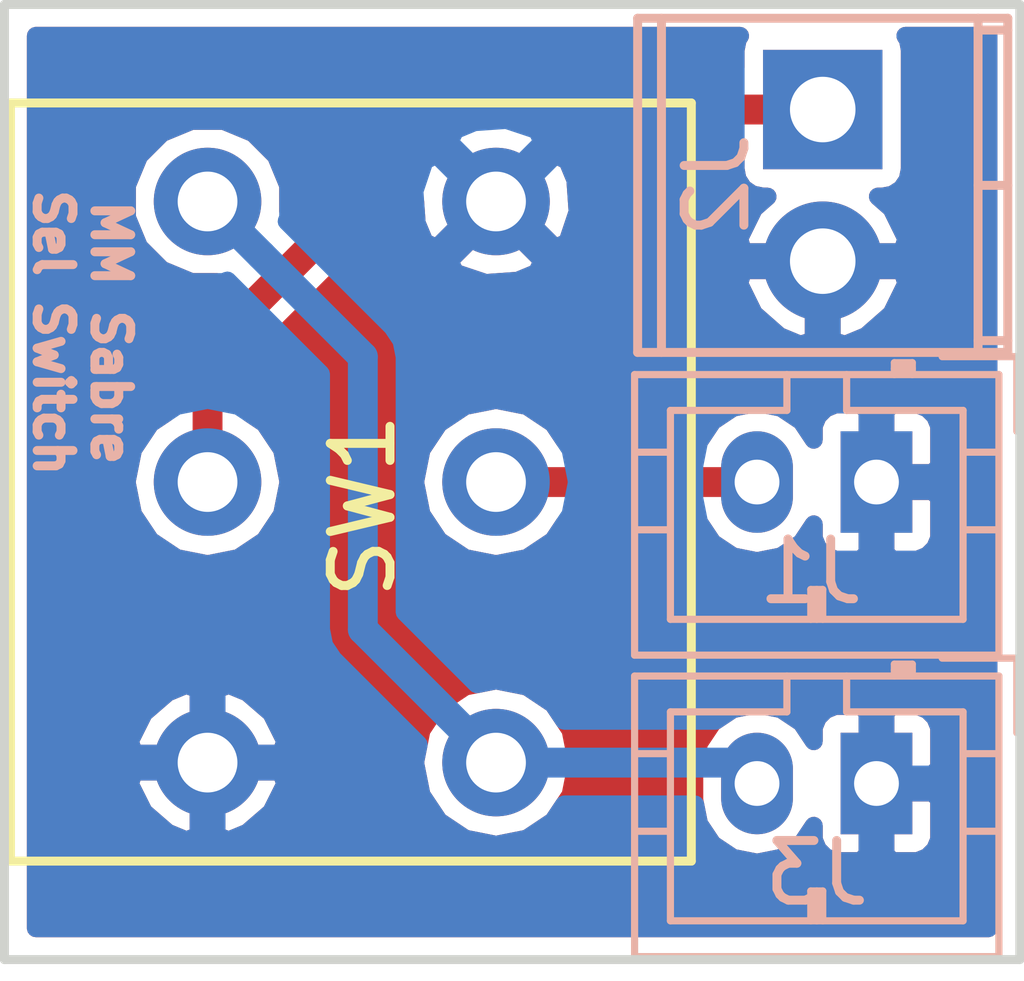
<source format=kicad_pcb>
(kicad_pcb (version 4) (host pcbnew 4.0.7)

  (general
    (links 8)
    (no_connects 0)
    (area 136.624999 76.301427 157.542858 100.025)
    (thickness 1.6)
    (drawings 5)
    (tracks 11)
    (zones 0)
    (modules 4)
    (nets 5)
  )

  (page A4)
  (layers
    (0 F.Cu signal)
    (31 B.Cu signal)
    (32 B.Adhes user)
    (33 F.Adhes user)
    (34 B.Paste user)
    (35 F.Paste user)
    (36 B.SilkS user)
    (37 F.SilkS user)
    (38 B.Mask user)
    (39 F.Mask user)
    (40 Dwgs.User user)
    (41 Cmts.User user)
    (42 Eco1.User user)
    (43 Eco2.User user)
    (44 Edge.Cuts user)
    (45 Margin user)
    (46 B.CrtYd user)
    (47 F.CrtYd user)
    (48 B.Fab user)
    (49 F.Fab user)
  )

  (setup
    (last_trace_width 0.5)
    (trace_clearance 0.3)
    (zone_clearance 0.3)
    (zone_45_only no)
    (trace_min 0.2)
    (segment_width 0.2)
    (edge_width 0.15)
    (via_size 0.6)
    (via_drill 0.4)
    (via_min_size 0.4)
    (via_min_drill 0.3)
    (uvia_size 0.3)
    (uvia_drill 0.1)
    (uvias_allowed no)
    (uvia_min_size 0.2)
    (uvia_min_drill 0.1)
    (pcb_text_width 0.3)
    (pcb_text_size 1.5 1.5)
    (mod_edge_width 0.15)
    (mod_text_size 1 1)
    (mod_text_width 0.15)
    (pad_size 1.524 1.524)
    (pad_drill 0.762)
    (pad_to_mask_clearance 0.2)
    (aux_axis_origin 0 0)
    (visible_elements 7FFFFFFF)
    (pcbplotparams
      (layerselection 0x010fc_80000001)
      (usegerberextensions true)
      (excludeedgelayer true)
      (linewidth 0.100000)
      (plotframeref false)
      (viasonmask false)
      (mode 1)
      (useauxorigin false)
      (hpglpennumber 1)
      (hpglpenspeed 20)
      (hpglpendiameter 15)
      (hpglpenoverlay 2)
      (psnegative false)
      (psa4output false)
      (plotreference true)
      (plotvalue true)
      (plotinvisibletext false)
      (padsonsilk false)
      (subtractmaskfromsilk false)
      (outputformat 1)
      (mirror false)
      (drillshape 0)
      (scaleselection 1)
      (outputdirectory ../../GERBER/MM/SW_SEL_JZ/))
  )

  (net 0 "")
  (net 1 Earth)
  (net 2 /SIG_O)
  (net 3 /I_BR)
  (net 4 /I_NK)

  (net_class Default "This is the default net class."
    (clearance 0.3)
    (trace_width 0.5)
    (via_dia 0.6)
    (via_drill 0.4)
    (uvia_dia 0.3)
    (uvia_drill 0.1)
    (add_net /I_BR)
    (add_net /I_NK)
    (add_net /SIG_O)
    (add_net Earth)
  )

  (module LIBS:NKK_DPDT (layer F.Cu) (tedit 5B14A156) (tstamp 5B14A141)
    (at 145.2 85.3 90)
    (descr "2-way 2.54mm pitch terminal block, Phoenix MPT series")
    (path /5B065EEC)
    (fp_text reference SW1 (at -5.1 -2.2 270) (layer F.SilkS)
      (effects (font (size 1 1) (thickness 0.15)))
    )
    (fp_text value Switch_SPDT_x2 (at -4.45 4.55 90) (layer F.Fab) hide
      (effects (font (size 1 1) (thickness 0.15)))
    )
    (fp_text user %R (at -5.1 -2.2 270) (layer F.Fab)
      (effects (font (size 1 1) (thickness 0.15)))
    )
    (fp_line (start 1.8 3.45) (end -11.2 3.45) (layer F.CrtYd) (width 0.05))
    (fp_line (start 1.8 -8.25) (end 1.8 3.45) (layer F.CrtYd) (width 0.05))
    (fp_line (start -11.2 -8.25) (end 1.8 -8.25) (layer F.CrtYd) (width 0.05))
    (fp_line (start -11.2 3.45) (end -11.2 -8.25) (layer F.CrtYd) (width 0.05))
    (fp_line (start 1.65 -8.1) (end -11.05 -8.1) (layer F.SilkS) (width 0.15))
    (fp_line (start -11.05 -8.1) (end -11.05 3.3) (layer F.SilkS) (width 0.15))
    (fp_line (start -11.05 3.3) (end 1.65 3.3) (layer F.SilkS) (width 0.15))
    (fp_line (start 1.65 3.3) (end 1.65 -8.1) (layer F.SilkS) (width 0.15))
    (pad 5 thru_hole oval (at -4.7 -4.8 270) (size 1.8 1.8) (drill 1) (layers *.Cu *.Mask)
      (net 4 /I_NK))
    (pad 4 thru_hole circle (at 0 -4.8 270) (size 1.8 1.8) (drill 1) (layers *.Cu *.Mask)
      (net 2 /SIG_O))
    (pad 6 thru_hole oval (at -9.4 -4.8 270) (size 1.8 1.8) (drill 1) (layers *.Cu *.Mask)
      (net 1 Earth))
    (pad 1 thru_hole circle (at 0 0.03 270) (size 1.8 1.8) (drill 1) (layers *.Cu *.Mask)
      (net 1 Earth))
    (pad 2 thru_hole oval (at -4.7 0.03 270) (size 1.8 1.8) (drill 1) (layers *.Cu *.Mask)
      (net 3 /I_BR))
    (pad 3 thru_hole oval (at -9.4 0.03 270) (size 1.8 1.8) (drill 1) (layers *.Cu *.Mask)
      (net 2 /SIG_O))
    (model ${KISYS3DMOD}/TerminalBlock_Phoenix.3dshapes/TerminalBlock_Phoenix_MPT-2.54mm_2pol.wrl
      (at (xyz 0.05 0 0))
      (scale (xyz 1 1 1))
      (rotate (xyz 0 0 0))
    )
  )

  (module Connectors_JST:JST_PH_B2B-PH-K_02x2.00mm_Straight (layer B.Cu) (tedit 5B169D24) (tstamp 5B169D0E)
    (at 151.6 90 180)
    (descr "JST PH series connector, B2B-PH-K, top entry type, through hole, Datasheet: http://www.jst-mfg.com/product/pdf/eng/ePH.pdf")
    (tags "connector jst ph")
    (path /5B169C56)
    (fp_text reference J1 (at 1.1 -1.5 180) (layer B.SilkS)
      (effects (font (size 1 1) (thickness 0.15)) (justify mirror))
    )
    (fp_text value Conn_01x02_Male (at 1 -3.8 180) (layer B.Fab) hide
      (effects (font (size 1 1) (thickness 0.15)) (justify mirror))
    )
    (fp_line (start -2.05 1.8) (end -2.05 -2.9) (layer B.SilkS) (width 0.12))
    (fp_line (start -2.05 -2.9) (end 4.05 -2.9) (layer B.SilkS) (width 0.12))
    (fp_line (start 4.05 -2.9) (end 4.05 1.8) (layer B.SilkS) (width 0.12))
    (fp_line (start 4.05 1.8) (end -2.05 1.8) (layer B.SilkS) (width 0.12))
    (fp_line (start 0.5 1.8) (end 0.5 1.2) (layer B.SilkS) (width 0.12))
    (fp_line (start 0.5 1.2) (end -1.45 1.2) (layer B.SilkS) (width 0.12))
    (fp_line (start -1.45 1.2) (end -1.45 -2.3) (layer B.SilkS) (width 0.12))
    (fp_line (start -1.45 -2.3) (end 3.45 -2.3) (layer B.SilkS) (width 0.12))
    (fp_line (start 3.45 -2.3) (end 3.45 1.2) (layer B.SilkS) (width 0.12))
    (fp_line (start 3.45 1.2) (end 1.5 1.2) (layer B.SilkS) (width 0.12))
    (fp_line (start 1.5 1.2) (end 1.5 1.8) (layer B.SilkS) (width 0.12))
    (fp_line (start -2.05 0.5) (end -1.45 0.5) (layer B.SilkS) (width 0.12))
    (fp_line (start -2.05 -0.8) (end -1.45 -0.8) (layer B.SilkS) (width 0.12))
    (fp_line (start 4.05 0.5) (end 3.45 0.5) (layer B.SilkS) (width 0.12))
    (fp_line (start 4.05 -0.8) (end 3.45 -0.8) (layer B.SilkS) (width 0.12))
    (fp_line (start -0.3 1.8) (end -0.3 2) (layer B.SilkS) (width 0.12))
    (fp_line (start -0.3 2) (end -0.6 2) (layer B.SilkS) (width 0.12))
    (fp_line (start -0.6 2) (end -0.6 1.8) (layer B.SilkS) (width 0.12))
    (fp_line (start -0.3 1.9) (end -0.6 1.9) (layer B.SilkS) (width 0.12))
    (fp_line (start 0.9 -2.3) (end 0.9 -1.8) (layer B.SilkS) (width 0.12))
    (fp_line (start 0.9 -1.8) (end 1.1 -1.8) (layer B.SilkS) (width 0.12))
    (fp_line (start 1.1 -1.8) (end 1.1 -2.3) (layer B.SilkS) (width 0.12))
    (fp_line (start 1 -2.3) (end 1 -1.8) (layer B.SilkS) (width 0.12))
    (fp_line (start -1.1 2.1) (end -2.35 2.1) (layer B.SilkS) (width 0.12))
    (fp_line (start -2.35 2.1) (end -2.35 0.85) (layer B.SilkS) (width 0.12))
    (fp_line (start -1.1 2.1) (end -2.35 2.1) (layer B.Fab) (width 0.1))
    (fp_line (start -2.35 2.1) (end -2.35 0.85) (layer B.Fab) (width 0.1))
    (fp_line (start -1.95 1.7) (end -1.95 -2.8) (layer B.Fab) (width 0.1))
    (fp_line (start -1.95 -2.8) (end 3.95 -2.8) (layer B.Fab) (width 0.1))
    (fp_line (start 3.95 -2.8) (end 3.95 1.7) (layer B.Fab) (width 0.1))
    (fp_line (start 3.95 1.7) (end -1.95 1.7) (layer B.Fab) (width 0.1))
    (fp_line (start -2.45 2.2) (end -2.45 -3.3) (layer B.CrtYd) (width 0.05))
    (fp_line (start -2.45 -3.3) (end 4.45 -3.3) (layer B.CrtYd) (width 0.05))
    (fp_line (start 4.45 -3.3) (end 4.45 2.2) (layer B.CrtYd) (width 0.05))
    (fp_line (start 4.45 2.2) (end -2.45 2.2) (layer B.CrtYd) (width 0.05))
    (fp_text user %R (at 1 -1.5 180) (layer B.Fab) hide
      (effects (font (size 1 1) (thickness 0.15)) (justify mirror))
    )
    (pad 1 thru_hole rect (at 0 0 180) (size 1.2 1.7) (drill 0.75) (layers *.Cu *.Mask)
      (net 1 Earth))
    (pad 2 thru_hole oval (at 2 0 180) (size 1.2 1.7) (drill 0.75) (layers *.Cu *.Mask)
      (net 3 /I_BR))
    (model ${KISYS3DMOD}/Connectors_JST.3dshapes/JST_PH_B2B-PH-K_02x2.00mm_Straight.wrl
      (at (xyz 0 0 0))
      (scale (xyz 1 1 1))
      (rotate (xyz 0 0 0))
    )
  )

  (module Connectors_JST:JST_PH_B2B-PH-K_02x2.00mm_Straight (layer B.Cu) (tedit 5B169DCD) (tstamp 5B169D1A)
    (at 151.6 95.05 180)
    (descr "JST PH series connector, B2B-PH-K, top entry type, through hole, Datasheet: http://www.jst-mfg.com/product/pdf/eng/ePH.pdf")
    (tags "connector jst ph")
    (path /5B169CF7)
    (fp_text reference J3 (at 1 -1.5 180) (layer B.SilkS)
      (effects (font (size 1 1) (thickness 0.15)) (justify mirror))
    )
    (fp_text value Conn_01x02_Male (at 1 -3.8 180) (layer B.Fab) hide
      (effects (font (size 1 1) (thickness 0.15)) (justify mirror))
    )
    (fp_line (start -2.05 1.8) (end -2.05 -2.9) (layer B.SilkS) (width 0.12))
    (fp_line (start -2.05 -2.9) (end 4.05 -2.9) (layer B.SilkS) (width 0.12))
    (fp_line (start 4.05 -2.9) (end 4.05 1.8) (layer B.SilkS) (width 0.12))
    (fp_line (start 4.05 1.8) (end -2.05 1.8) (layer B.SilkS) (width 0.12))
    (fp_line (start 0.5 1.8) (end 0.5 1.2) (layer B.SilkS) (width 0.12))
    (fp_line (start 0.5 1.2) (end -1.45 1.2) (layer B.SilkS) (width 0.12))
    (fp_line (start -1.45 1.2) (end -1.45 -2.3) (layer B.SilkS) (width 0.12))
    (fp_line (start -1.45 -2.3) (end 3.45 -2.3) (layer B.SilkS) (width 0.12))
    (fp_line (start 3.45 -2.3) (end 3.45 1.2) (layer B.SilkS) (width 0.12))
    (fp_line (start 3.45 1.2) (end 1.5 1.2) (layer B.SilkS) (width 0.12))
    (fp_line (start 1.5 1.2) (end 1.5 1.8) (layer B.SilkS) (width 0.12))
    (fp_line (start -2.05 0.5) (end -1.45 0.5) (layer B.SilkS) (width 0.12))
    (fp_line (start -2.05 -0.8) (end -1.45 -0.8) (layer B.SilkS) (width 0.12))
    (fp_line (start 4.05 0.5) (end 3.45 0.5) (layer B.SilkS) (width 0.12))
    (fp_line (start 4.05 -0.8) (end 3.45 -0.8) (layer B.SilkS) (width 0.12))
    (fp_line (start -0.3 1.8) (end -0.3 2) (layer B.SilkS) (width 0.12))
    (fp_line (start -0.3 2) (end -0.6 2) (layer B.SilkS) (width 0.12))
    (fp_line (start -0.6 2) (end -0.6 1.8) (layer B.SilkS) (width 0.12))
    (fp_line (start -0.3 1.9) (end -0.6 1.9) (layer B.SilkS) (width 0.12))
    (fp_line (start 0.9 -2.3) (end 0.9 -1.8) (layer B.SilkS) (width 0.12))
    (fp_line (start 0.9 -1.8) (end 1.1 -1.8) (layer B.SilkS) (width 0.12))
    (fp_line (start 1.1 -1.8) (end 1.1 -2.3) (layer B.SilkS) (width 0.12))
    (fp_line (start 1 -2.3) (end 1 -1.8) (layer B.SilkS) (width 0.12))
    (fp_line (start -1.1 2.1) (end -2.35 2.1) (layer B.SilkS) (width 0.12))
    (fp_line (start -2.35 2.1) (end -2.35 0.85) (layer B.SilkS) (width 0.12))
    (fp_line (start -1.1 2.1) (end -2.35 2.1) (layer B.Fab) (width 0.1))
    (fp_line (start -2.35 2.1) (end -2.35 0.85) (layer B.Fab) (width 0.1))
    (fp_line (start -1.95 1.7) (end -1.95 -2.8) (layer B.Fab) (width 0.1))
    (fp_line (start -1.95 -2.8) (end 3.95 -2.8) (layer B.Fab) (width 0.1))
    (fp_line (start 3.95 -2.8) (end 3.95 1.7) (layer B.Fab) (width 0.1))
    (fp_line (start 3.95 1.7) (end -1.95 1.7) (layer B.Fab) (width 0.1))
    (fp_line (start -2.45 2.2) (end -2.45 -3.3) (layer B.CrtYd) (width 0.05))
    (fp_line (start -2.45 -3.3) (end 4.45 -3.3) (layer B.CrtYd) (width 0.05))
    (fp_line (start 4.45 -3.3) (end 4.45 2.2) (layer B.CrtYd) (width 0.05))
    (fp_line (start 4.45 2.2) (end -2.45 2.2) (layer B.CrtYd) (width 0.05))
    (fp_text user %R (at 1 -1.5 180) (layer B.Fab) hide
      (effects (font (size 1 1) (thickness 0.15)) (justify mirror))
    )
    (pad 1 thru_hole rect (at 0 0 180) (size 1.2 1.7) (drill 0.75) (layers *.Cu *.Mask)
      (net 1 Earth))
    (pad 2 thru_hole oval (at 2 0 180) (size 1.2 1.7) (drill 0.75) (layers *.Cu *.Mask)
      (net 2 /SIG_O))
    (model ${KISYS3DMOD}/Connectors_JST.3dshapes/JST_PH_B2B-PH-K_02x2.00mm_Straight.wrl
      (at (xyz 0 0 0))
      (scale (xyz 1 1 1))
      (rotate (xyz 0 0 0))
    )
  )

  (module LIBS:TerminalBlock_Phoenix_MPT-2.54mm_2pol (layer B.Cu) (tedit 5B16A56A) (tstamp 5B16A580)
    (at 150.7 83.76 270)
    (descr "2-way 2.54mm pitch terminal block, Phoenix MPT series")
    (path /5B16A520)
    (fp_text reference J2 (at 1.27 1.775001 270) (layer B.SilkS)
      (effects (font (size 1 1) (thickness 0.15)) (justify mirror))
    )
    (fp_text value Screw_Terminal_01x02 (at 1.27 -4.50088 270) (layer B.Fab) hide
      (effects (font (size 1 1) (thickness 0.15)) (justify mirror))
    )
    (fp_text user %R (at 1.27 -1.045 270) (layer B.Fab) hide
      (effects (font (size 1 1) (thickness 0.15)) (justify mirror))
    )
    (fp_line (start -1.7 3.3) (end 4.3 3.3) (layer B.CrtYd) (width 0.05))
    (fp_line (start -1.7 -3.3) (end -1.7 3.3) (layer B.CrtYd) (width 0.05))
    (fp_line (start 4.3 -3.3) (end -1.7 -3.3) (layer B.CrtYd) (width 0.05))
    (fp_line (start 4.3 3.3) (end 4.3 -3.3) (layer B.CrtYd) (width 0.05))
    (fp_line (start 4.06908 -2.60096) (end -1.52908 -2.60096) (layer B.SilkS) (width 0.15))
    (fp_line (start -1.33096 -3.0988) (end -1.33096 -2.60096) (layer B.SilkS) (width 0.15))
    (fp_line (start 3.87096 -2.60096) (end 3.87096 -3.0988) (layer B.SilkS) (width 0.15))
    (fp_line (start 1.27 -3.0988) (end 1.27 -2.60096) (layer B.SilkS) (width 0.15))
    (fp_line (start -1.52908 2.70002) (end 4.06908 2.70002) (layer B.SilkS) (width 0.15))
    (fp_line (start -1.52908 -3.0988) (end 4.06908 -3.0988) (layer B.SilkS) (width 0.15))
    (fp_line (start 4.06908 -3.0988) (end 4.06908 3.0988) (layer B.SilkS) (width 0.15))
    (fp_line (start 4.06908 3.0988) (end -1.52908 3.0988) (layer B.SilkS) (width 0.15))
    (fp_line (start -1.52908 3.0988) (end -1.52908 -3.0988) (layer B.SilkS) (width 0.15))
    (pad 2 thru_hole oval (at 2.54 0 270) (size 1.99898 1.99898) (drill 1.09728) (layers *.Cu *.Mask)
      (net 1 Earth))
    (pad 1 thru_hole rect (at 0 0 270) (size 1.99898 1.99898) (drill 1.09728) (layers *.Cu *.Mask)
      (net 4 /I_NK))
    (model ${KISYS3DMOD}/TerminalBlock_Phoenix.3dshapes/TerminalBlock_Phoenix_MPT-2.54mm_2pol.wrl
      (at (xyz 0.05 0 0))
      (scale (xyz 1 1 1))
      (rotate (xyz 0 0 0))
    )
  )

  (gr_text "MM Sabre\nSel Switch" (at 138.3 87.5 270) (layer B.SilkS)
    (effects (font (size 0.6 0.6) (thickness 0.15)))
  )
  (gr_line (start 154 98) (end 137 98) (layer Edge.Cuts) (width 0.15))
  (gr_line (start 154 82) (end 154 98) (layer Edge.Cuts) (width 0.15))
  (gr_line (start 137 82) (end 154 82) (layer Edge.Cuts) (width 0.15))
  (gr_line (start 137 98) (end 137 82) (layer Edge.Cuts) (width 0.15))

  (segment (start 145.23 94.7) (end 143 92.47) (width 0.5) (layer B.Cu) (net 2))
  (segment (start 143 92.47) (end 143 87.9) (width 0.5) (layer B.Cu) (net 2))
  (segment (start 143 87.9) (end 141.299999 86.199999) (width 0.5) (layer B.Cu) (net 2))
  (segment (start 141.299999 86.199999) (end 140.4 85.3) (width 0.5) (layer B.Cu) (net 2))
  (segment (start 145.23 94.7) (end 149.25 94.7) (width 0.5) (layer B.Cu) (net 2))
  (segment (start 149.25 94.7) (end 149.6 95.05) (width 0.5) (layer B.Cu) (net 2))
  (segment (start 149.6 90) (end 145.23 90) (width 0.5) (layer F.Cu) (net 3))
  (segment (start 150.7 83.76) (end 144.44 83.76) (width 0.5) (layer F.Cu) (net 4))
  (segment (start 144.44 83.76) (end 140.4 87.8) (width 0.5) (layer F.Cu) (net 4))
  (segment (start 140.4 87.8) (end 140.4 88.727208) (width 0.5) (layer F.Cu) (net 4))
  (segment (start 140.4 88.727208) (end 140.4 90) (width 0.5) (layer F.Cu) (net 4))

  (zone (net 1) (net_name Earth) (layer F.Cu) (tstamp 0) (hatch edge 0.508)
    (connect_pads (clearance 0.3))
    (min_thickness 0.3)
    (fill yes (arc_segments 16) (thermal_gap 0.3) (thermal_bridge_width 0.6))
    (polygon
      (pts
        (xy 137 98) (xy 137 82) (xy 154 82) (xy 154 98)
      )
    )
    (filled_polygon
      (pts
        (xy 149.277842 82.582005) (xy 149.241694 82.76051) (xy 149.241694 83.06) (xy 144.440005 83.06) (xy 144.44 83.059999)
        (xy 144.172121 83.113284) (xy 143.945025 83.265025) (xy 141.749861 85.460189) (xy 141.750234 85.032647) (xy 141.545142 84.536285)
        (xy 141.165712 84.156193) (xy 140.66971 83.950235) (xy 140.132647 83.949766) (xy 139.636285 84.154858) (xy 139.256193 84.534288)
        (xy 139.050235 85.03029) (xy 139.049766 85.567353) (xy 139.254858 86.063715) (xy 139.634288 86.443807) (xy 140.13029 86.649765)
        (xy 140.55991 86.65014) (xy 139.905025 87.305025) (xy 139.753284 87.532121) (xy 139.719793 87.700493) (xy 139.7 87.8)
        (xy 139.7 88.848844) (xy 139.445406 89.018958) (xy 139.152763 89.456929) (xy 139.05 89.973552) (xy 139.05 90.026448)
        (xy 139.152763 90.543071) (xy 139.445406 90.981042) (xy 139.883377 91.273685) (xy 140.4 91.376448) (xy 140.916623 91.273685)
        (xy 141.354594 90.981042) (xy 141.647237 90.543071) (xy 141.75 90.026448) (xy 141.75 89.973552) (xy 143.88 89.973552)
        (xy 143.88 90.026448) (xy 143.982763 90.543071) (xy 144.275406 90.981042) (xy 144.713377 91.273685) (xy 145.23 91.376448)
        (xy 145.746623 91.273685) (xy 146.184594 90.981042) (xy 146.37238 90.7) (xy 148.645102 90.7) (xy 148.857538 91.017931)
        (xy 149.198182 91.245543) (xy 149.6 91.325469) (xy 150.001818 91.245543) (xy 150.342462 91.017931) (xy 150.55 90.70733)
        (xy 150.55 90.93951) (xy 150.618508 91.104904) (xy 150.745095 91.231491) (xy 150.910489 91.3) (xy 151.3375 91.3)
        (xy 151.45 91.1875) (xy 151.45 90.15) (xy 151.75 90.15) (xy 151.75 91.1875) (xy 151.8625 91.3)
        (xy 152.289511 91.3) (xy 152.454905 91.231491) (xy 152.581492 91.104904) (xy 152.65 90.93951) (xy 152.65 90.2625)
        (xy 152.5375 90.15) (xy 151.75 90.15) (xy 151.45 90.15) (xy 151.43 90.15) (xy 151.43 89.85)
        (xy 151.45 89.85) (xy 151.45 88.8125) (xy 151.75 88.8125) (xy 151.75 89.85) (xy 152.5375 89.85)
        (xy 152.65 89.7375) (xy 152.65 89.06049) (xy 152.581492 88.895096) (xy 152.454905 88.768509) (xy 152.289511 88.7)
        (xy 151.8625 88.7) (xy 151.75 88.8125) (xy 151.45 88.8125) (xy 151.3375 88.7) (xy 150.910489 88.7)
        (xy 150.745095 88.768509) (xy 150.618508 88.895096) (xy 150.55 89.06049) (xy 150.55 89.29267) (xy 150.342462 88.982069)
        (xy 150.001818 88.754457) (xy 149.6 88.674531) (xy 149.198182 88.754457) (xy 148.857538 88.982069) (xy 148.645102 89.3)
        (xy 146.37238 89.3) (xy 146.184594 89.018958) (xy 145.746623 88.726315) (xy 145.23 88.623552) (xy 144.713377 88.726315)
        (xy 144.275406 89.018958) (xy 143.982763 89.456929) (xy 143.88 89.973552) (xy 141.75 89.973552) (xy 141.647237 89.456929)
        (xy 141.354594 89.018958) (xy 141.1 88.848844) (xy 141.1 88.08995) (xy 142.516262 86.673688) (xy 149.299496 86.673688)
        (xy 149.549107 87.181192) (xy 149.973931 87.554543) (xy 150.326314 87.700493) (xy 150.55 87.628549) (xy 150.55 86.45)
        (xy 150.85 86.45) (xy 150.85 87.628549) (xy 151.073686 87.700493) (xy 151.426069 87.554543) (xy 151.850893 87.181192)
        (xy 152.100504 86.673688) (xy 152.029219 86.45) (xy 150.85 86.45) (xy 150.55 86.45) (xy 149.370781 86.45)
        (xy 149.299496 86.673688) (xy 142.516262 86.673688) (xy 142.896454 86.293496) (xy 144.448636 86.293496) (xy 144.547116 86.495105)
        (xy 145.056444 86.665462) (xy 145.592196 86.627939) (xy 145.912884 86.495105) (xy 146.011364 86.293496) (xy 145.23 85.512132)
        (xy 144.448636 86.293496) (xy 142.896454 86.293496) (xy 143.877561 85.312389) (xy 143.902061 85.662196) (xy 144.034895 85.982884)
        (xy 144.236504 86.081364) (xy 145.017868 85.3) (xy 145.003726 85.285858) (xy 145.215858 85.073726) (xy 145.23 85.087868)
        (xy 145.244143 85.073726) (xy 145.456275 85.285858) (xy 145.442132 85.3) (xy 146.223496 86.081364) (xy 146.425105 85.982884)
        (xy 146.595462 85.473556) (xy 146.557939 84.937804) (xy 146.425105 84.617116) (xy 146.223498 84.518637) (xy 146.282135 84.46)
        (xy 149.241694 84.46) (xy 149.241694 84.75949) (xy 149.273072 84.92625) (xy 149.371627 85.079409) (xy 149.522005 85.182158)
        (xy 149.70051 85.218306) (xy 149.777252 85.218306) (xy 149.549107 85.418808) (xy 149.299496 85.926312) (xy 149.370781 86.15)
        (xy 150.55 86.15) (xy 150.55 86.13) (xy 150.85 86.13) (xy 150.85 86.15) (xy 152.029219 86.15)
        (xy 152.100504 85.926312) (xy 151.850893 85.418808) (xy 151.622748 85.218306) (xy 151.69949 85.218306) (xy 151.86625 85.186928)
        (xy 152.019409 85.088373) (xy 152.122158 84.937995) (xy 152.158306 84.75949) (xy 152.158306 82.76051) (xy 152.126928 82.59375)
        (xy 152.082689 82.525) (xy 153.475 82.525) (xy 153.475 97.475) (xy 137.525 97.475) (xy 137.525 95.058034)
        (xy 139.09833 95.058034) (xy 139.334427 95.528908) (xy 139.732748 95.873588) (xy 140.041968 96.001658) (xy 140.25 95.928375)
        (xy 140.25 94.85) (xy 140.55 94.85) (xy 140.55 95.928375) (xy 140.758032 96.001658) (xy 141.067252 95.873588)
        (xy 141.465573 95.528908) (xy 141.70167 95.058034) (xy 141.629153 94.85) (xy 140.55 94.85) (xy 140.25 94.85)
        (xy 139.170847 94.85) (xy 139.09833 95.058034) (xy 137.525 95.058034) (xy 137.525 94.673552) (xy 143.88 94.673552)
        (xy 143.88 94.726448) (xy 143.982763 95.243071) (xy 144.275406 95.681042) (xy 144.713377 95.973685) (xy 145.23 96.076448)
        (xy 145.746623 95.973685) (xy 146.184594 95.681042) (xy 146.477237 95.243071) (xy 146.570435 94.774531) (xy 148.55 94.774531)
        (xy 148.55 95.325469) (xy 148.629926 95.727287) (xy 148.857538 96.067931) (xy 149.198182 96.295543) (xy 149.6 96.375469)
        (xy 150.001818 96.295543) (xy 150.342462 96.067931) (xy 150.55 95.75733) (xy 150.55 95.98951) (xy 150.618508 96.154904)
        (xy 150.745095 96.281491) (xy 150.910489 96.35) (xy 151.3375 96.35) (xy 151.45 96.2375) (xy 151.45 95.2)
        (xy 151.75 95.2) (xy 151.75 96.2375) (xy 151.8625 96.35) (xy 152.289511 96.35) (xy 152.454905 96.281491)
        (xy 152.581492 96.154904) (xy 152.65 95.98951) (xy 152.65 95.3125) (xy 152.5375 95.2) (xy 151.75 95.2)
        (xy 151.45 95.2) (xy 151.43 95.2) (xy 151.43 94.9) (xy 151.45 94.9) (xy 151.45 93.8625)
        (xy 151.75 93.8625) (xy 151.75 94.9) (xy 152.5375 94.9) (xy 152.65 94.7875) (xy 152.65 94.11049)
        (xy 152.581492 93.945096) (xy 152.454905 93.818509) (xy 152.289511 93.75) (xy 151.8625 93.75) (xy 151.75 93.8625)
        (xy 151.45 93.8625) (xy 151.3375 93.75) (xy 150.910489 93.75) (xy 150.745095 93.818509) (xy 150.618508 93.945096)
        (xy 150.55 94.11049) (xy 150.55 94.34267) (xy 150.342462 94.032069) (xy 150.001818 93.804457) (xy 149.6 93.724531)
        (xy 149.198182 93.804457) (xy 148.857538 94.032069) (xy 148.629926 94.372713) (xy 148.55 94.774531) (xy 146.570435 94.774531)
        (xy 146.58 94.726448) (xy 146.58 94.673552) (xy 146.477237 94.156929) (xy 146.184594 93.718958) (xy 145.746623 93.426315)
        (xy 145.23 93.323552) (xy 144.713377 93.426315) (xy 144.275406 93.718958) (xy 143.982763 94.156929) (xy 143.88 94.673552)
        (xy 137.525 94.673552) (xy 137.525 94.341966) (xy 139.09833 94.341966) (xy 139.170847 94.55) (xy 140.25 94.55)
        (xy 140.25 93.471625) (xy 140.55 93.471625) (xy 140.55 94.55) (xy 141.629153 94.55) (xy 141.70167 94.341966)
        (xy 141.465573 93.871092) (xy 141.067252 93.526412) (xy 140.758032 93.398342) (xy 140.55 93.471625) (xy 140.25 93.471625)
        (xy 140.041968 93.398342) (xy 139.732748 93.526412) (xy 139.334427 93.871092) (xy 139.09833 94.341966) (xy 137.525 94.341966)
        (xy 137.525 82.525) (xy 149.316792 82.525)
      )
    )
  )
  (zone (net 1) (net_name Earth) (layer B.Cu) (tstamp 0) (hatch edge 0.508)
    (connect_pads (clearance 0.3))
    (min_thickness 0.3)
    (fill yes (arc_segments 16) (thermal_gap 0.3) (thermal_bridge_width 0.6))
    (polygon
      (pts
        (xy 137 98) (xy 137 82) (xy 154 82) (xy 154 98)
      )
    )
    (filled_polygon
      (pts
        (xy 149.277842 82.582005) (xy 149.241694 82.76051) (xy 149.241694 84.75949) (xy 149.273072 84.92625) (xy 149.371627 85.079409)
        (xy 149.522005 85.182158) (xy 149.70051 85.218306) (xy 149.777252 85.218306) (xy 149.549107 85.418808) (xy 149.299496 85.926312)
        (xy 149.370781 86.15) (xy 150.55 86.15) (xy 150.55 86.13) (xy 150.85 86.13) (xy 150.85 86.15)
        (xy 152.029219 86.15) (xy 152.100504 85.926312) (xy 151.850893 85.418808) (xy 151.622748 85.218306) (xy 151.69949 85.218306)
        (xy 151.86625 85.186928) (xy 152.019409 85.088373) (xy 152.122158 84.937995) (xy 152.158306 84.75949) (xy 152.158306 82.76051)
        (xy 152.126928 82.59375) (xy 152.082689 82.525) (xy 153.475 82.525) (xy 153.475 97.475) (xy 137.525 97.475)
        (xy 137.525 95.058034) (xy 139.09833 95.058034) (xy 139.334427 95.528908) (xy 139.732748 95.873588) (xy 140.041968 96.001658)
        (xy 140.25 95.928375) (xy 140.25 94.85) (xy 140.55 94.85) (xy 140.55 95.928375) (xy 140.758032 96.001658)
        (xy 141.067252 95.873588) (xy 141.465573 95.528908) (xy 141.70167 95.058034) (xy 141.629153 94.85) (xy 140.55 94.85)
        (xy 140.25 94.85) (xy 139.170847 94.85) (xy 139.09833 95.058034) (xy 137.525 95.058034) (xy 137.525 94.341966)
        (xy 139.09833 94.341966) (xy 139.170847 94.55) (xy 140.25 94.55) (xy 140.25 93.471625) (xy 140.55 93.471625)
        (xy 140.55 94.55) (xy 141.629153 94.55) (xy 141.70167 94.341966) (xy 141.465573 93.871092) (xy 141.067252 93.526412)
        (xy 140.758032 93.398342) (xy 140.55 93.471625) (xy 140.25 93.471625) (xy 140.041968 93.398342) (xy 139.732748 93.526412)
        (xy 139.334427 93.871092) (xy 139.09833 94.341966) (xy 137.525 94.341966) (xy 137.525 89.973552) (xy 139.05 89.973552)
        (xy 139.05 90.026448) (xy 139.152763 90.543071) (xy 139.445406 90.981042) (xy 139.883377 91.273685) (xy 140.4 91.376448)
        (xy 140.916623 91.273685) (xy 141.354594 90.981042) (xy 141.647237 90.543071) (xy 141.75 90.026448) (xy 141.75 89.973552)
        (xy 141.647237 89.456929) (xy 141.354594 89.018958) (xy 140.916623 88.726315) (xy 140.4 88.623552) (xy 139.883377 88.726315)
        (xy 139.445406 89.018958) (xy 139.152763 89.456929) (xy 139.05 89.973552) (xy 137.525 89.973552) (xy 137.525 85.567353)
        (xy 139.049766 85.567353) (xy 139.254858 86.063715) (xy 139.634288 86.443807) (xy 140.13029 86.649765) (xy 140.667353 86.650234)
        (xy 140.733113 86.623063) (xy 140.805024 86.694974) (xy 142.3 88.189949) (xy 142.3 92.47) (xy 142.353284 92.737879)
        (xy 142.505025 92.964975) (xy 143.935348 94.395298) (xy 143.88 94.673552) (xy 143.88 94.726448) (xy 143.982763 95.243071)
        (xy 144.275406 95.681042) (xy 144.713377 95.973685) (xy 145.23 96.076448) (xy 145.746623 95.973685) (xy 146.184594 95.681042)
        (xy 146.37238 95.4) (xy 148.564825 95.4) (xy 148.629926 95.727287) (xy 148.857538 96.067931) (xy 149.198182 96.295543)
        (xy 149.6 96.375469) (xy 150.001818 96.295543) (xy 150.342462 96.067931) (xy 150.55 95.75733) (xy 150.55 95.98951)
        (xy 150.618508 96.154904) (xy 150.745095 96.281491) (xy 150.910489 96.35) (xy 151.3375 96.35) (xy 151.45 96.2375)
        (xy 151.45 95.2) (xy 151.75 95.2) (xy 151.75 96.2375) (xy 151.8625 96.35) (xy 152.289511 96.35)
        (xy 152.454905 96.281491) (xy 152.581492 96.154904) (xy 152.65 95.98951) (xy 152.65 95.3125) (xy 152.5375 95.2)
        (xy 151.75 95.2) (xy 151.45 95.2) (xy 151.43 95.2) (xy 151.43 94.9) (xy 151.45 94.9)
        (xy 151.45 93.8625) (xy 151.75 93.8625) (xy 151.75 94.9) (xy 152.5375 94.9) (xy 152.65 94.7875)
        (xy 152.65 94.11049) (xy 152.581492 93.945096) (xy 152.454905 93.818509) (xy 152.289511 93.75) (xy 151.8625 93.75)
        (xy 151.75 93.8625) (xy 151.45 93.8625) (xy 151.3375 93.75) (xy 150.910489 93.75) (xy 150.745095 93.818509)
        (xy 150.618508 93.945096) (xy 150.55 94.11049) (xy 150.55 94.34267) (xy 150.342462 94.032069) (xy 150.001818 93.804457)
        (xy 149.6 93.724531) (xy 149.198182 93.804457) (xy 148.905532 94) (xy 146.37238 94) (xy 146.184594 93.718958)
        (xy 145.746623 93.426315) (xy 145.23 93.323552) (xy 144.907626 93.387676) (xy 143.7 92.18005) (xy 143.7 89.973552)
        (xy 143.88 89.973552) (xy 143.88 90.026448) (xy 143.982763 90.543071) (xy 144.275406 90.981042) (xy 144.713377 91.273685)
        (xy 145.23 91.376448) (xy 145.746623 91.273685) (xy 146.184594 90.981042) (xy 146.477237 90.543071) (xy 146.58 90.026448)
        (xy 146.58 89.973552) (xy 146.530467 89.724531) (xy 148.55 89.724531) (xy 148.55 90.275469) (xy 148.629926 90.677287)
        (xy 148.857538 91.017931) (xy 149.198182 91.245543) (xy 149.6 91.325469) (xy 150.001818 91.245543) (xy 150.342462 91.017931)
        (xy 150.55 90.70733) (xy 150.55 90.93951) (xy 150.618508 91.104904) (xy 150.745095 91.231491) (xy 150.910489 91.3)
        (xy 151.3375 91.3) (xy 151.45 91.1875) (xy 151.45 90.15) (xy 151.75 90.15) (xy 151.75 91.1875)
        (xy 151.8625 91.3) (xy 152.289511 91.3) (xy 152.454905 91.231491) (xy 152.581492 91.104904) (xy 152.65 90.93951)
        (xy 152.65 90.2625) (xy 152.5375 90.15) (xy 151.75 90.15) (xy 151.45 90.15) (xy 151.43 90.15)
        (xy 151.43 89.85) (xy 151.45 89.85) (xy 151.45 88.8125) (xy 151.75 88.8125) (xy 151.75 89.85)
        (xy 152.5375 89.85) (xy 152.65 89.7375) (xy 152.65 89.06049) (xy 152.581492 88.895096) (xy 152.454905 88.768509)
        (xy 152.289511 88.7) (xy 151.8625 88.7) (xy 151.75 88.8125) (xy 151.45 88.8125) (xy 151.3375 88.7)
        (xy 150.910489 88.7) (xy 150.745095 88.768509) (xy 150.618508 88.895096) (xy 150.55 89.06049) (xy 150.55 89.29267)
        (xy 150.342462 88.982069) (xy 150.001818 88.754457) (xy 149.6 88.674531) (xy 149.198182 88.754457) (xy 148.857538 88.982069)
        (xy 148.629926 89.322713) (xy 148.55 89.724531) (xy 146.530467 89.724531) (xy 146.477237 89.456929) (xy 146.184594 89.018958)
        (xy 145.746623 88.726315) (xy 145.23 88.623552) (xy 144.713377 88.726315) (xy 144.275406 89.018958) (xy 143.982763 89.456929)
        (xy 143.88 89.973552) (xy 143.7 89.973552) (xy 143.7 87.9) (xy 143.646716 87.632122) (xy 143.494975 87.405025)
        (xy 143.494972 87.405023) (xy 142.763638 86.673688) (xy 149.299496 86.673688) (xy 149.549107 87.181192) (xy 149.973931 87.554543)
        (xy 150.326314 87.700493) (xy 150.55 87.628549) (xy 150.55 86.45) (xy 150.85 86.45) (xy 150.85 87.628549)
        (xy 151.073686 87.700493) (xy 151.426069 87.554543) (xy 151.850893 87.181192) (xy 152.100504 86.673688) (xy 152.029219 86.45)
        (xy 150.85 86.45) (xy 150.55 86.45) (xy 149.370781 86.45) (xy 149.299496 86.673688) (xy 142.763638 86.673688)
        (xy 142.383446 86.293496) (xy 144.448636 86.293496) (xy 144.547116 86.495105) (xy 145.056444 86.665462) (xy 145.592196 86.627939)
        (xy 145.912884 86.495105) (xy 146.011364 86.293496) (xy 145.23 85.512132) (xy 144.448636 86.293496) (xy 142.383446 86.293496)
        (xy 141.794974 85.705024) (xy 141.723328 85.633378) (xy 141.749765 85.56971) (xy 141.750152 85.126444) (xy 143.864538 85.126444)
        (xy 143.902061 85.662196) (xy 144.034895 85.982884) (xy 144.236504 86.081364) (xy 145.017868 85.3) (xy 145.442132 85.3)
        (xy 146.223496 86.081364) (xy 146.425105 85.982884) (xy 146.595462 85.473556) (xy 146.557939 84.937804) (xy 146.425105 84.617116)
        (xy 146.223496 84.518636) (xy 145.442132 85.3) (xy 145.017868 85.3) (xy 144.236504 84.518636) (xy 144.034895 84.617116)
        (xy 143.864538 85.126444) (xy 141.750152 85.126444) (xy 141.750234 85.032647) (xy 141.545142 84.536285) (xy 141.315762 84.306504)
        (xy 144.448636 84.306504) (xy 145.23 85.087868) (xy 146.011364 84.306504) (xy 145.912884 84.104895) (xy 145.403556 83.934538)
        (xy 144.867804 83.972061) (xy 144.547116 84.104895) (xy 144.448636 84.306504) (xy 141.315762 84.306504) (xy 141.165712 84.156193)
        (xy 140.66971 83.950235) (xy 140.132647 83.949766) (xy 139.636285 84.154858) (xy 139.256193 84.534288) (xy 139.050235 85.03029)
        (xy 139.049766 85.567353) (xy 137.525 85.567353) (xy 137.525 82.525) (xy 149.316792 82.525)
      )
    )
  )
)

</source>
